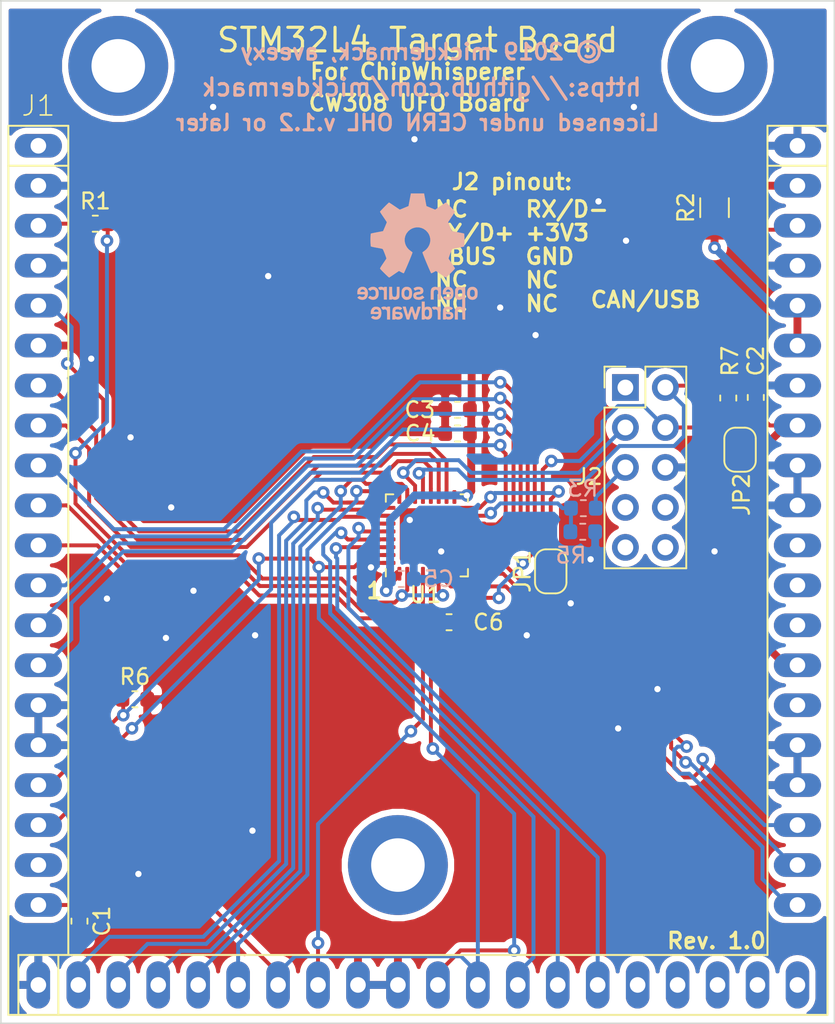
<source format=kicad_pcb>
(kicad_pcb (version 20171130) (host pcbnew 5.1.4)
  (layers (0 F.Cu signal) (31 B.Cu signal) (34 B.Paste user) (35 F.Paste user) (36 B.SilkS user) (37 F.SilkS user) (38 B.Mask user) (39 F.Mask user) (44 Edge.Cuts user))
  (net 0 "")
  (net 1 VCC)
  (net 2 GND)
  (net 3 "Net-(C3-Pad1)")
  (net 4 "Net-(J1-PadA1)")
  (net 5 "Net-(J1-PadA3)")
  (net 6 /CLKO)
  (net 7 /TX)
  (net 8 /RX)
  (net 9 /GPIO3)
  (net 10 /GPIO4)
  (net 11 /NRST)
  (net 12 /SPI_SCLK)
  (net 13 /SPI_MISO)
  (net 14 /SPI_MOSI)
  (net 15 /BOOT0)
  (net 16 /SPI_SS)
  (net 17 "Net-(J1-PadA19)")
  (net 18 /TRST)
  (net 19 /TDI)
  (net 20 /TDO)
  (net 21 /TMS)
  (net 22 /TCK)
  (net 23 /I2C_SCL)
  (net 24 /I2C_SDA)
  (net 25 /GPIO5)
  (net 26 "Net-(J1-PadB16)")
  (net 27 "Net-(J1-PadB17)")
  (net 28 "Net-(J1-PadB18)")
  (net 29 "Net-(J1-PadB19)")
  (net 30 "Net-(J1-PadB20)")
  (net 31 "Net-(J1-PadC3)")
  (net 32 "Net-(J1-PadC11)")
  (net 33 "Net-(J1-PadC12)")
  (net 34 "Net-(J1-PadC13)")
  (net 35 "Net-(J1-PadC15)")
  (net 36 /LED1)
  (net 37 /LED2)
  (net 38 /LED3)
  (net 39 "Net-(J2-Pad1)")
  (net 40 /CAN_RX)
  (net 41 /CAN_TX)
  (net 42 /USB_VBUS)
  (net 43 "Net-(JP1-Pad2)")
  (net 44 "Net-(JP2-Pad2)")
  (net 45 /CLKI)
  (net 46 "Net-(R3-Pad2)")
  (net 47 "Net-(J2-Pad10)")
  (net 48 "Net-(J2-Pad9)")
  (net 49 "Net-(J2-Pad8)")
  (net 50 "Net-(J2-Pad7)")
  (module chipwhisperer:CW308T_CONNBOARD (layer F.Cu) (at 123.888501 69.215)
    (fp_text reference J1 (at 0 -2.54) (layer F.SilkS) (effects (font (size 1.27 1.27) (thickness 0.1016))))
    (fp_text value CW308T_CONNBOARD hide)
    (pad A1 thru_hole oval (at 0 0 90) (size 1.4986 2.9972) (drill 0.9906) (layers *.Cu *.Paste *.Mask) (net 4 "Net-(J1-PadA1)"))
    (pad A2 thru_hole oval (at 0 2.54 90) (size 1.4986 2.9972) (drill 0.9906) (layers *.Cu *.Paste *.Mask) (net 2 GND))
    (pad A3 thru_hole oval (at 0 5.08 90) (size 1.4986 2.9972) (drill 0.9906) (layers *.Cu *.Paste *.Mask) (net 5 "Net-(J1-PadA3)"))
    (pad A4 thru_hole oval (at 0 7.62 90) (size 1.4986 2.9972) (drill 0.9906) (layers *.Cu *.Paste *.Mask) (net 2 GND))
    (pad A5 thru_hole oval (at 0 10.16 90) (size 1.4986 2.9972) (drill 0.9906) (layers *.Cu *.Paste *.Mask) (net 6 /CLKO))
    (pad A6 thru_hole oval (at 0 12.7 90) (size 1.4986 2.9972) (drill 0.9906) (layers *.Cu *.Paste *.Mask) (net 2 GND))
    (pad A7 thru_hole oval (at 0 15.24 90) (size 1.4986 2.9972) (drill 0.9906) (layers *.Cu *.Paste *.Mask) (net 7 /TX))
    (pad A8 thru_hole oval (at 0 17.78 90) (size 1.4986 2.9972) (drill 0.9906) (layers *.Cu *.Paste *.Mask) (net 8 /RX))
    (pad A9 thru_hole oval (at 0 20.32 90) (size 1.4986 2.9972) (drill 0.9906) (layers *.Cu *.Paste *.Mask) (net 9 /GPIO3))
    (pad A10 thru_hole oval (at 0 22.86 90) (size 1.4986 2.9972) (drill 0.9906) (layers *.Cu *.Paste *.Mask) (net 10 /GPIO4))
    (pad A11 thru_hole oval (at 0 25.4 90) (size 1.4986 2.9972) (drill 0.9906) (layers *.Cu *.Paste *.Mask) (net 11 /NRST))
    (pad A12 thru_hole oval (at 0 27.94 90) (size 1.4986 2.9972) (drill 0.9906) (layers *.Cu *.Paste *.Mask) (net 12 /SPI_SCLK))
    (pad A13 thru_hole oval (at 0 30.48 90) (size 1.4986 2.9972) (drill 0.9906) (layers *.Cu *.Paste *.Mask) (net 13 /SPI_MISO))
    (pad A14 thru_hole oval (at 0 33.02 90) (size 1.4986 2.9972) (drill 0.9906) (layers *.Cu *.Paste *.Mask) (net 14 /SPI_MOSI))
    (pad A15 thru_hole oval (at 0 35.56 90) (size 1.4986 2.9972) (drill 0.9906) (layers *.Cu *.Paste *.Mask) (net 2 GND))
    (pad A16 thru_hole oval (at 0 38.1 90) (size 1.4986 2.9972) (drill 0.9906) (layers *.Cu *.Paste *.Mask) (net 2 GND))
    (pad A17 thru_hole oval (at 0 40.64 90) (size 1.4986 2.9972) (drill 0.9906) (layers *.Cu *.Paste *.Mask) (net 15 /BOOT0))
    (pad A18 thru_hole oval (at 0 43.18 90) (size 1.4986 2.9972) (drill 0.9906) (layers *.Cu *.Paste *.Mask) (net 16 /SPI_SS))
    (pad A19 thru_hole oval (at 0 45.72 90) (size 1.4986 2.9972) (drill 0.9906) (layers *.Cu *.Paste *.Mask) (net 17 "Net-(J1-PadA19)"))
    (pad A20 thru_hole oval (at 0 48.26 90) (size 1.4986 2.9972) (drill 0.9906) (layers *.Cu *.Paste *.Mask) (net 1 VCC))
    (pad B1 thru_hole oval (at 0 53.34 180) (size 1.4986 2.9972) (drill 0.9906) (layers *.Cu *.Paste *.Mask) (net 2 GND))
    (pad B2 thru_hole oval (at 2.54 53.34 180) (size 1.4986 2.9972) (drill 0.9906) (layers *.Cu *.Paste *.Mask) (net 18 /TRST))
    (pad B3 thru_hole oval (at 5.08 53.34 180) (size 1.4986 2.9972) (drill 0.9906) (layers *.Cu *.Paste *.Mask) (net 19 /TDI))
    (pad B4 thru_hole oval (at 7.62 53.34 180) (size 1.4986 2.9972) (drill 0.9906) (layers *.Cu *.Paste *.Mask) (net 20 /TDO))
    (pad B5 thru_hole oval (at 10.16 53.34 180) (size 1.4986 2.9972) (drill 0.9906) (layers *.Cu *.Paste *.Mask) (net 21 /TMS))
    (pad B6 thru_hole oval (at 12.7 53.34 180) (size 1.4986 2.9972) (drill 0.9906) (layers *.Cu *.Paste *.Mask) (net 22 /TCK))
    (pad B7 thru_hole oval (at 15.24 53.34 180) (size 1.4986 2.9972) (drill 0.9906) (layers *.Cu *.Paste *.Mask) (net 1 VCC))
    (pad B8 thru_hole oval (at 17.78 53.34 180) (size 1.4986 2.9972) (drill 0.9906) (layers *.Cu *.Paste *.Mask) (net 11 /NRST))
    (pad B9 thru_hole oval (at 20.32 53.34 180) (size 1.4986 2.9972) (drill 0.9906) (layers *.Cu *.Paste *.Mask) (net 2 GND))
    (pad B10 thru_hole oval (at 22.86 53.34 180) (size 1.4986 2.9972) (drill 0.9906) (layers *.Cu *.Paste *.Mask) (net 2 GND))
    (pad B11 thru_hole oval (at 25.4 53.34 180) (size 1.4986 2.9972) (drill 0.9906) (layers *.Cu *.Paste *.Mask) (net 15 /BOOT0))
    (pad B12 thru_hole oval (at 27.94 53.34 180) (size 1.4986 2.9972) (drill 0.9906) (layers *.Cu *.Paste *.Mask) (net 1 VCC))
    (pad B13 thru_hole oval (at 30.48 53.34 180) (size 1.4986 2.9972) (drill 0.9906) (layers *.Cu *.Paste *.Mask) (net 23 /I2C_SCL))
    (pad B14 thru_hole oval (at 33.02 53.34 180) (size 1.4986 2.9972) (drill 0.9906) (layers *.Cu *.Paste *.Mask) (net 24 /I2C_SDA))
    (pad B15 thru_hole oval (at 35.56 53.34 180) (size 1.4986 2.9972) (drill 0.9906) (layers *.Cu *.Paste *.Mask) (net 25 /GPIO5))
    (pad B16 thru_hole oval (at 38.1 53.34 180) (size 1.4986 2.9972) (drill 0.9906) (layers *.Cu *.Paste *.Mask) (net 26 "Net-(J1-PadB16)"))
    (pad B17 thru_hole oval (at 40.64 53.34 180) (size 1.4986 2.9972) (drill 0.9906) (layers *.Cu *.Paste *.Mask) (net 27 "Net-(J1-PadB17)"))
    (pad B18 thru_hole oval (at 43.18 53.34 180) (size 1.4986 2.9972) (drill 0.9906) (layers *.Cu *.Paste *.Mask) (net 28 "Net-(J1-PadB18)"))
    (pad B19 thru_hole oval (at 45.72 53.34 180) (size 1.4986 2.9972) (drill 0.9906) (layers *.Cu *.Paste *.Mask) (net 29 "Net-(J1-PadB19)"))
    (pad B20 thru_hole oval (at 48.26 53.34 180) (size 1.4986 2.9972) (drill 0.9906) (layers *.Cu *.Paste *.Mask) (net 30 "Net-(J1-PadB20)"))
    (pad C1 thru_hole oval (at 48.26 0 90) (size 1.4986 2.9972) (drill 0.9906) (layers *.Cu *.Paste *.Mask) (net 2 GND))
    (pad C2 thru_hole oval (at 48.26 2.54 90) (size 1.4986 2.9972) (drill 0.9906) (layers *.Cu *.Paste *.Mask) (net 3 "Net-(C3-Pad1)"))
    (pad C3 thru_hole oval (at 48.26 5.08 90) (size 1.4986 2.9972) (drill 0.9906) (layers *.Cu *.Paste *.Mask) (net 31 "Net-(J1-PadC3)"))
    (pad C4 thru_hole oval (at 48.26 7.62 90) (size 1.4986 2.9972) (drill 0.9906) (layers *.Cu *.Paste *.Mask) (net 2 GND))
    (pad C5 thru_hole oval (at 48.26 10.16 90) (size 1.4986 2.9972) (drill 0.9906) (layers *.Cu *.Paste *.Mask) (net 31 "Net-(J1-PadC3)"))
    (pad C6 thru_hole oval (at 48.26 12.7 90) (size 1.4986 2.9972) (drill 0.9906) (layers *.Cu *.Paste *.Mask) (net 31 "Net-(J1-PadC3)"))
    (pad C7 thru_hole oval (at 48.26 15.24 90) (size 1.4986 2.9972) (drill 0.9906) (layers *.Cu *.Paste *.Mask) (net 2 GND))
    (pad C8 thru_hole oval (at 48.26 17.78 90) (size 1.4986 2.9972) (drill 0.9906) (layers *.Cu *.Paste *.Mask) (net 1 VCC))
    (pad C9 thru_hole oval (at 48.26 20.32 90) (size 1.4986 2.9972) (drill 0.9906) (layers *.Cu *.Paste *.Mask) (net 2 GND))
    (pad C10 thru_hole oval (at 48.26 22.86 90) (size 1.4986 2.9972) (drill 0.9906) (layers *.Cu *.Paste *.Mask) (net 2 GND))
    (pad C11 thru_hole oval (at 48.26 25.4 90) (size 1.4986 2.9972) (drill 0.9906) (layers *.Cu *.Paste *.Mask) (net 32 "Net-(J1-PadC11)"))
    (pad C12 thru_hole oval (at 48.26 27.94 90) (size 1.4986 2.9972) (drill 0.9906) (layers *.Cu *.Paste *.Mask) (net 33 "Net-(J1-PadC12)"))
    (pad C13 thru_hole oval (at 48.26 30.48 90) (size 1.4986 2.9972) (drill 0.9906) (layers *.Cu *.Paste *.Mask) (net 34 "Net-(J1-PadC13)"))
    (pad C14 thru_hole oval (at 48.26 33.02 90) (size 1.4986 2.9972) (drill 0.9906) (layers *.Cu *.Paste *.Mask) (net 1 VCC))
    (pad C15 thru_hole oval (at 48.26 35.56 90) (size 1.4986 2.9972) (drill 0.9906) (layers *.Cu *.Paste *.Mask) (net 35 "Net-(J1-PadC15)"))
    (pad C16 thru_hole oval (at 48.26 38.1 90) (size 1.4986 2.9972) (drill 0.9906) (layers *.Cu *.Paste *.Mask) (net 2 GND))
    (pad C17 thru_hole oval (at 48.26 40.64 90) (size 1.4986 2.9972) (drill 0.9906) (layers *.Cu *.Paste *.Mask) (net 2 GND))
    (pad C18 thru_hole oval (at 48.26 43.18 90) (size 1.4986 2.9972) (drill 0.9906) (layers *.Cu *.Paste *.Mask) (net 36 /LED1))
    (pad C19 thru_hole oval (at 48.26 45.72 90) (size 1.4986 2.9972) (drill 0.9906) (layers *.Cu *.Paste *.Mask) (net 37 /LED2))
    (pad C20 thru_hole oval (at 48.26 48.26 90) (size 1.4986 2.9972) (drill 0.9906) (layers *.Cu *.Paste *.Mask) (net 38 /LED3))
    (pad MH1 thru_hole circle (at 5.08 -5.08 90) (size 6.35 6.35) (drill 3.4036) (layers *.Cu *.Paste *.Mask))
    (pad MH2 thru_hole circle (at 43.18 -5.08 90) (size 6.35 6.35) (drill 3.4036) (layers *.Cu *.Paste *.Mask))
    (pad MH3 thru_hole circle (at 22.86 45.72 90) (size 6.35 6.35) (drill 3.4036) (layers *.Cu *.Paste *.Mask))
  )
  (module Symbol:OSHW-Logo_7.5x8mm_SilkScreen (layer B.Cu) (at 148 76.25 180)
    (fp_text reference REF** hide)
    (fp_text value OSHW-Logo_7.5x8mm_SilkScreen hide)
  )
  (module Connector_PinHeader_2.54mm:PinHeader_2x05_P2.54mm_Vertical (layer F.Cu) (at 161.21 84.582)
    (fp_text reference J2 (at -2.306 5.668) (layer F.SilkS))
    (fp_text value Conn_02x03_Odd_Even)
    (pad 10 thru_hole oval (at 2.54 10.16) (size 1.7 1.7) (drill 1) (layers *.Cu *.Mask) (net 47 "Net-(J2-Pad10)"))
    (pad 9 thru_hole oval (at 0 10.16) (size 1.7 1.7) (drill 1) (layers *.Cu *.Mask) (net 48 "Net-(J2-Pad9)"))
    (pad 8 thru_hole oval (at 2.54 7.62) (size 1.7 1.7) (drill 1) (layers *.Cu *.Mask) (net 49 "Net-(J2-Pad8)"))
    (pad 7 thru_hole oval (at 0 7.62) (size 1.7 1.7) (drill 1) (layers *.Cu *.Mask) (net 50 "Net-(J2-Pad7)"))
    (pad 6 thru_hole oval (at 2.54 5.08) (size 1.7 1.7) (drill 1) (layers *.Cu *.Mask) (net 2 GND))
    (pad 5 thru_hole oval (at 0 5.08) (size 1.7 1.7) (drill 1) (layers *.Cu *.Mask) (net 42 /USB_VBUS))
    (pad 4 thru_hole oval (at 2.54 2.54) (size 1.7 1.7) (drill 1) (layers *.Cu *.Mask) (net 1 VCC))
    (pad 3 thru_hole oval (at 0 2.54) (size 1.7 1.7) (drill 1) (layers *.Cu *.Mask) (net 41 /CAN_TX))
    (pad 2 thru_hole oval (at 2.54 0) (size 1.7 1.7) (drill 1) (layers *.Cu *.Mask) (net 40 /CAN_RX))
    (pad 1 thru_hole rect (at 0 0) (size 1.7 1.7) (drill 1) (layers *.Cu *.Mask) (net 39 "Net-(J2-Pad1)"))
  )
  (module Capacitor_SMD:C_0603_1608Metric (layer F.Cu) (at 150.5375 87.5 180)
    (fp_text reference C4 (at 2.372 0) (layer F.SilkS))
    (fp_text value 100n)
    (pad 1 smd roundrect (at -0.7875 0 180) (size 0.875 0.95) (layers F.Cu F.Paste F.Mask) (net 3 "Net-(C3-Pad1)"))
    (pad 2 smd roundrect (at 0.7875 0 180) (size 0.875 0.95) (layers F.Cu F.Paste F.Mask) (net 2 GND))
  )
  (module Capacitor_SMD:C_0603_1608Metric (layer B.Cu) (at 146.9625 96.75)
    (fp_text reference C5 (at 2.372 0) (layer B.SilkS) (effects (justify mirror)))
    (fp_text value 100n)
    (pad 1 smd roundrect (at -0.7875 0) (size 0.875 0.95) (layers B.Cu B.Paste B.Mask) (net 3 "Net-(C3-Pad1)"))
    (pad 2 smd roundrect (at 0.7875 0) (size 0.875 0.95) (layers B.Cu B.Paste B.Mask) (net 2 GND))
  )
  (module Capacitor_SMD:C_0603_1608Metric (layer F.Cu) (at 150.5375 86 180)
    (fp_text reference C3 (at 2.3975 0) (layer F.SilkS))
    (fp_text value 4.7u)
    (pad 2 smd roundrect (at 0.7875 0 180) (size 0.875 0.95) (layers F.Cu F.Paste F.Mask) (net 2 GND))
    (pad 1 smd roundrect (at -0.7875 0 180) (size 0.875 0.95) (layers F.Cu F.Paste F.Mask) (net 3 "Net-(C3-Pad1)"))
  )
  (module Package_DFN_QFN:QFN-32-1EP_5x5mm_P0.5mm_EP3.45x3.45mm (layer F.Cu) (at 148.59 93.98 90)
    (fp_text reference U1 (at -3.77 -0.09) (layer F.SilkS))
    (fp_text value STM32L432KCUx)
    (pad 33 smd roundrect (at 0 0 90) (size 3.45 3.45) (layers F.Cu F.Mask) (roundrect_rratio 0.072464) (net 2 GND))
    (pad 1 smd roundrect (at -2.4375 -1.75 90) (size 0.875 0.25) (layers F.Cu F.Paste F.Mask) (net 3 "Net-(C3-Pad1)"))
    (pad 2 smd roundrect (at -2.4375 -1.25 90) (size 0.875 0.25) (layers F.Cu F.Paste F.Mask) (net 45 /CLKI))
    (pad 3 smd roundrect (at -2.4375 -0.75 90) (size 0.875 0.25) (layers F.Cu F.Paste F.Mask) (net 10 /GPIO4))
    (pad 4 smd roundrect (at -2.4375 -0.25 90) (size 0.875 0.25) (layers F.Cu F.Paste F.Mask) (net 11 /NRST))
    (pad 5 smd roundrect (at -2.4375 0.25 90) (size 0.875 0.25) (layers F.Cu F.Paste F.Mask) (net 1 VCC))
    (pad 6 smd roundrect (at -2.4375 0.75 90) (size 0.875 0.25) (layers F.Cu F.Paste F.Mask) (net 45 /CLKI))
    (pad 7 smd roundrect (at -2.4375 1.25 90) (size 0.875 0.25) (layers F.Cu F.Paste F.Mask) (net 36 /LED1))
    (pad 8 smd roundrect (at -2.4375 1.75 90) (size 0.875 0.25) (layers F.Cu F.Paste F.Mask) (net 37 /LED2))
    (pad 9 smd roundrect (at -1.75 2.4375 90) (size 0.25 0.875) (layers F.Cu F.Paste F.Mask) (net 38 /LED3))
    (pad 10 smd roundrect (at -1.25 2.4375 90) (size 0.25 0.875) (layers F.Cu F.Paste F.Mask) (net 9 /GPIO3))
    (pad 11 smd roundrect (at -0.75 2.4375 90) (size 0.25 0.875) (layers F.Cu F.Paste F.Mask) (net 12 /SPI_SCLK))
    (pad 12 smd roundrect (at -0.25 2.4375 90) (size 0.25 0.875) (layers F.Cu F.Paste F.Mask) (net 13 /SPI_MISO))
    (pad 13 smd roundrect (at 0.25 2.4375 90) (size 0.25 0.875) (layers F.Cu F.Paste F.Mask) (net 14 /SPI_MOSI))
    (pad 14 smd roundrect (at 0.75 2.4375 90) (size 0.25 0.875) (layers F.Cu F.Paste F.Mask) (net 16 /SPI_SS))
    (pad 15 smd roundrect (at 1.25 2.4375 90) (size 0.25 0.875) (layers F.Cu F.Paste F.Mask) (net 46 "Net-(R3-Pad2)"))
    (pad 16 smd roundrect (at 1.75 2.4375 90) (size 0.25 0.875) (layers F.Cu F.Paste F.Mask) (net 43 "Net-(JP1-Pad2)"))
    (pad 17 smd roundrect (at 2.4375 1.75 90) (size 0.875 0.25) (layers F.Cu F.Paste F.Mask) (net 3 "Net-(C3-Pad1)"))
    (pad 18 smd roundrect (at 2.4375 1.25 90) (size 0.875 0.25) (layers F.Cu F.Paste F.Mask) (net 6 /CLKO))
    (pad 19 smd roundrect (at 2.4375 0.75 90) (size 0.875 0.25) (layers F.Cu F.Paste F.Mask) (net 7 /TX))
    (pad 20 smd roundrect (at 2.4375 0.25 90) (size 0.875 0.25) (layers F.Cu F.Paste F.Mask) (net 8 /RX))
    (pad 21 smd roundrect (at 2.4375 -0.25 90) (size 0.875 0.25) (layers F.Cu F.Paste F.Mask) (net 40 /CAN_RX))
    (pad 22 smd roundrect (at 2.4375 -0.75 90) (size 0.875 0.25) (layers F.Cu F.Paste F.Mask) (net 41 /CAN_TX))
    (pad 23 smd roundrect (at 2.4375 -1.25 90) (size 0.875 0.25) (layers F.Cu F.Paste F.Mask) (net 21 /TMS))
    (pad 24 smd roundrect (at 2.4375 -1.75 90) (size 0.875 0.25) (layers F.Cu F.Paste F.Mask) (net 22 /TCK))
    (pad 25 smd roundrect (at 1.75 -2.4375 90) (size 0.25 0.875) (layers F.Cu F.Paste F.Mask) (net 19 /TDI))
    (pad 26 smd roundrect (at 1.25 -2.4375 90) (size 0.25 0.875) (layers F.Cu F.Paste F.Mask) (net 20 /TDO))
    (pad 27 smd roundrect (at 0.75 -2.4375 90) (size 0.25 0.875) (layers F.Cu F.Paste F.Mask) (net 18 /TRST))
    (pad 28 smd roundrect (at 0.25 -2.4375 90) (size 0.25 0.875) (layers F.Cu F.Paste F.Mask) (net 25 /GPIO5))
    (pad 29 smd roundrect (at -0.25 -2.4375 90) (size 0.25 0.875) (layers F.Cu F.Paste F.Mask) (net 23 /I2C_SCL))
    (pad 30 smd roundrect (at -0.75 -2.4375 90) (size 0.25 0.875) (layers F.Cu F.Paste F.Mask) (net 24 /I2C_SDA))
    (pad 31 smd roundrect (at -1.25 -2.4375 90) (size 0.25 0.875) (layers F.Cu F.Paste F.Mask) (net 15 /BOOT0))
    (pad 32 smd roundrect (at -1.75 -2.4375 90) (size 0.25 0.875) (layers F.Cu F.Paste F.Mask) (net 2 GND))
  )
  (module Resistor_SMD:R_0603_1608Metric (layer F.Cu) (at 167.75 85.25 90)
    (fp_text reference R7 (at 2.344 0.11 90) (layer F.SilkS))
    (fp_text value 10k)
    (pad 2 smd roundrect (at 0.7875 0 90) (size 0.875 0.95) (layers F.Cu F.Paste F.Mask) (net 40 /CAN_RX))
    (pad 1 smd roundrect (at -0.7875 0 90) (size 0.875 0.95) (layers F.Cu F.Paste F.Mask) (net 44 "Net-(JP2-Pad2)"))
  )
  (module Capacitor_SMD:C_0603_1608Metric (layer F.Cu) (at 150 99.5)
    (fp_text reference C6 (at 2.5 0 180) (layer F.SilkS))
    (fp_text value 100n)
    (pad 1 smd roundrect (at -0.7875 0) (size 0.875 0.95) (layers F.Cu F.Paste F.Mask) (net 1 VCC))
    (pad 2 smd roundrect (at 0.7875 0) (size 0.875 0.95) (layers F.Cu F.Paste F.Mask) (net 2 GND))
  )
  (module Resistor_SMD:R_0603_1608Metric (layer F.Cu) (at 130.0225 104.394)
    (fp_text reference R6 (at 0 -1.43 180) (layer F.SilkS))
    (fp_text value 10k)
    (pad 2 smd roundrect (at 0.7875 0) (size 0.875 0.95) (layers F.Cu F.Paste F.Mask) (net 2 GND))
    (pad 1 smd roundrect (at -0.7875 0) (size 0.875 0.95) (layers F.Cu F.Paste F.Mask) (net 15 /BOOT0))
  )
  (module Resistor_SMD:R_0603_1608Metric (layer F.Cu) (at 127.508 74.168)
    (fp_text reference R1 (at 0 -1.43) (layer F.SilkS))
    (fp_text value 100R)
    (pad 1 smd roundrect (at -0.7875 0) (size 0.875 0.95) (layers F.Cu F.Paste F.Mask) (net 5 "Net-(J1-PadA3)"))
    (pad 2 smd roundrect (at 0.7875 0) (size 0.875 0.95) (layers F.Cu F.Paste F.Mask) (net 45 /CLKI))
  )
  (module Jumper:SolderJumper-2_P1.3mm_Bridged_RoundedPad1.0x1.5mm (layer F.Cu) (at 156.464 96.266 90)
    (fp_text reference JP1 (at 0 -1.8 90) (layer F.SilkS))
    (fp_text value SolderJumper_2_Bridged)
    (fp_poly (pts (xy 0.25 -0.3) (xy -0.25 -0.3) (xy -0.25 0.3) (xy 0.25 0.3)) (layer F.Cu) (width 0))
    (pad 2 smd custom (at 0.65 0 90) (size 1 0.5) (layers F.Cu F.Mask) (net 43 "Net-(JP1-Pad2)") (options (clearance outline) (anchor rect)) (primitives (gr_circle (center 0 0.25) (end 0.5 0.25) (width 0)) (gr_circle (center 0 -0.25) (end 0.5 -0.25) (width 0)) (gr_poly (pts (xy 0 -0.75) (xy -0.5 -0.75) (xy -0.5 0.75) (xy 0 0.75)) (width 0))))
    (pad 1 smd custom (at -0.65 0 90) (size 1 0.5) (layers F.Cu F.Mask) (net 2 GND) (options (clearance outline) (anchor rect)) (primitives (gr_circle (center 0 0.25) (end 0.5 0.25) (width 0)) (gr_circle (center 0 -0.25) (end 0.5 -0.25) (width 0)) (gr_poly (pts (xy 0 -0.75) (xy 0.5 -0.75) (xy 0.5 0.75) (xy 0 0.75)) (width 0))))
  )
  (module Capacitor_SMD:C_0603_1608Metric (layer F.Cu) (at 126.5 118.5 270)
    (fp_text reference C1 (at 0 -1.43 90) (layer F.SilkS))
    (fp_text value 100n)
    (pad 1 smd roundrect (at -0.7875 0 270) (size 0.875 0.95) (layers F.Cu F.Paste F.Mask) (net 1 VCC))
    (pad 2 smd roundrect (at 0.7875 0 270) (size 0.875 0.95) (layers F.Cu F.Paste F.Mask) (net 2 GND))
  )
  (module Capacitor_SMD:C_0603_1608Metric (layer F.Cu) (at 169.5 85.2125 90)
    (fp_text reference C2 (at 2.3185 0 90) (layer F.SilkS))
    (fp_text value 100n)
    (pad 2 smd roundrect (at 0.7875 0 90) (size 0.875 0.95) (layers F.Cu F.Paste F.Mask) (net 2 GND))
    (pad 1 smd roundrect (at -0.7875 0 90) (size 0.875 0.95) (layers F.Cu F.Paste F.Mask) (net 1 VCC))
  )
  (module Jumper:SolderJumper-2_P1.3mm_Open_RoundedPad1.0x1.5mm (layer F.Cu) (at 168.5 88.534 90)
    (fp_text reference JP2 (at -2.854 0.102 90) (layer F.SilkS))
    (fp_text value SolderJumper_2_Open)
    (pad 1 smd custom (at -0.65 0 90) (size 1 0.5) (layers F.Cu F.Mask) (net 1 VCC) (options (clearance outline) (anchor rect)) (primitives (gr_circle (center 0 0.25) (end 0.5 0.25) (width 0)) (gr_circle (center 0 -0.25) (end 0.5 -0.25) (width 0)) (gr_poly (pts (xy 0 -0.75) (xy 0.5 -0.75) (xy 0.5 0.75) (xy 0 0.75)) (width 0))))
    (pad 2 smd custom (at 0.65 0 90) (size 1 0.5) (layers F.Cu F.Mask) (net 44 "Net-(JP2-Pad2)") (options (clearance outline) (anchor rect)) (primitives (gr_circle (center 0 0.25) (end 0.5 0.25) (width 0)) (gr_circle (center 0 -0.25) (end 0.5 -0.25) (width 0)) (gr_poly (pts (xy 0 -0.75) (xy -0.5 -0.75) (xy -0.5 0.75) (xy 0 0.75)) (width 0))))
  )
  (module Resistor_SMD:R_1206_3216Metric (layer F.Cu) (at 166.878 73.152 90)
    (fp_text reference R2 (at 0 -1.82 270) (layer F.SilkS))
    (fp_text value 10R)
    (pad 1 smd roundrect (at -1.4 0 90) (size 1.25 1.75) (layers F.Cu F.Paste F.Mask) (roundrect_rratio 0.2) (net 31 "Net-(J1-PadC3)"))
    (pad 2 smd roundrect (at 1.4 0 90) (size 1.25 1.75) (layers F.Cu F.Paste F.Mask) (roundrect_rratio 0.2) (net 3 "Net-(C3-Pad1)"))
  )
  (module Resistor_SMD:R_0603_1608Metric (layer B.Cu) (at 158.5375 92.25 180)
    (fp_text reference R3 (at 0.0375 1.25) (layer B.SilkS) (effects (justify mirror)))
    (fp_text value 10k)
    (pad 1 smd roundrect (at -0.7875 0 180) (size 0.875 0.95) (layers B.Cu B.Paste B.Mask) (net 42 /USB_VBUS))
    (pad 2 smd roundrect (at 0.7875 0 180) (size 0.875 0.95) (layers B.Cu B.Paste B.Mask) (net 46 "Net-(R3-Pad2)"))
  )
  (module Resistor_SMD:R_0603_1608Metric (layer B.Cu) (at 158.5 93.75)
    (fp_text reference R5 (at -0.75 1.5 -180) (layer B.SilkS) (effects (justify mirror)))
    (fp_text value 10k)
    (pad 1 smd roundrect (at -0.7875 0) (size 0.875 0.95) (layers B.Cu B.Paste B.Mask) (net 46 "Net-(R3-Pad2)"))
    (pad 2 smd roundrect (at 0.7875 0) (size 0.875 0.95) (layers B.Cu B.Paste B.Mask) (net 2 GND))
  )
  (gr_text 1 (at 145.25 97.5) (layer F.SilkS) (effects (font (size 1 1) (thickness 0.2))))
  (gr_text "Licensed under CERN OHL v.1.2 or later" (at 148 67.75) (layer B.SilkS) (effects (font (size 1 1) (thickness 0.2)) (justify mirror)))
  (gr_text "© 2019 mickdermack, aveexy" (at 148.25 63.25) (layer B.SilkS) (effects (font (size 1 1) (thickness 0.2)) (justify mirror)))
  (gr_text "Rev. 1.0" (at 167 119.75) (layer F.SilkS) (effects (font (size 1 1) (thickness 0.2))))
  (gr_text NC (at 149 79.25) (layer F.SilkS) (effects (font (size 1 1) (thickness 0.2)) (justify left)))
  (gr_text NC (at 154.75 79.25) (layer F.SilkS) (effects (font (size 1 1) (thickness 0.2)) (justify left)))
  (gr_text NC (at 154.75 77.75) (layer F.SilkS) (effects (font (size 1 1) (thickness 0.2)) (justify left)))
  (gr_text NC (at 149 77.75) (layer F.SilkS) (effects (font (size 1 1) (thickness 0.2)) (justify left)))
  (gr_text CAN/USB (at 162.5 79) (layer F.SilkS) (effects (font (size 1 1) (thickness 0.2))))
  (gr_text NC (at 149 73.25) (layer F.SilkS) (effects (font (size 1 1) (thickness 0.2)) (justify left)))
  (gr_text "J2 pinout:" (at 154 71.5) (layer F.SilkS) (effects (font (size 1 1) (thickness 0.2))))
  (gr_text GND (at 154.75 76.25) (layer F.SilkS) (effects (font (size 1 1) (thickness 0.2)) (justify left)))
  (gr_text VBUS (at 149 76.25) (layer F.SilkS) (effects (font (size 1 1) (thickness 0.2)) (justify left)))
  (gr_text +3V3 (at 154.75 74.75) (layer F.SilkS) (effects (font (size 1 1) (thickness 0.2)) (justify left)))
  (gr_text TX/D+ (at 149 74.75) (layer F.SilkS) (effects (font (size 1 1) (thickness 0.2)) (justify left)))
  (gr_text RX/D- (at 154.75 73.25) (layer F.SilkS) (effects (font (size 1 1) (thickness 0.2)) (justify left)))
  (gr_text https://github.com/mickdermack (at 148.25 65.5) (layer B.SilkS) (effects (font (size 1.1 1.1) (thickness 0.2)) (justify mirror)))
  (gr_text "CW308 UFO Board" (at 148 66.5) (layer F.SilkS) (effects (font (size 1 1) (thickness 0.2))))
  (gr_text "For ChipWhisperer" (at 148 64.5) (layer F.SilkS) (effects (font (size 1 1) (thickness 0.2))))
  (gr_text "STM32L4 Target Board" (at 148 62.5) (layer F.SilkS) (effects (font (size 1.5 1.5) (thickness 0.2))))
  (gr_line (start 121.5 125) (end 121.5 60) (layer Edge.Cuts) (width 0.1))
  (gr_line (start 174.5 125) (end 121.5 125) (layer Edge.Cuts) (width 0.1))
  (gr_line (start 174.5 60) (end 174.5 125) (layer Edge.Cuts) (width 0.1))
  (gr_line (start 121.5 60) (end 174.5 60) (layer Edge.Cuts) (width 0.1))
  (segment (start 126.2625 117.475) (end 126.5 117.7125) (width 0.25) (layer F.Cu) (net 1))
  (segment (start 123.888501 117.475) (end 126.2625 117.475) (width 0.25) (layer F.Cu) (net 1))
  (segment (start 139.128501 121.8057) (end 139.128501 122.555) (width 0.25) (layer F.Cu) (net 1))
  (segment (start 135.035301 117.7125) (end 139.128501 121.8057) (width 0.25) (layer F.Cu) (net 1))
  (segment (start 126.5 117.7125) (end 135.035301 117.7125) (width 0.25) (layer F.Cu) (net 1))
  (segment (start 150.754191 120.73139) (end 151.828501 121.8057) (width 0.25) (layer B.Cu) (net 1))
  (segment (start 139.128501 121.8057) (end 140.202811 120.73139) (width 0.25) (layer B.Cu) (net 1))
  (segment (start 151.828501 121.8057) (end 151.828501 122.555) (width 0.25) (layer B.Cu) (net 1))
  (segment (start 139.128501 122.555) (end 139.128501 121.8057) (width 0.25) (layer B.Cu) (net 1))
  (segment (start 140.202811 120.73139) (end 150.754191 120.73139) (width 0.25) (layer B.Cu) (net 1))
  (via (at 153.162 97.949021) (size 0.8) (drill 0.4) (layers F.Cu B.Cu) (net 1))
  (segment (start 153.162 97.282002) (end 154.286003 96.157999) (width 0.25) (layer B.Cu) (net 1))
  (segment (start 154.286003 96.157999) (end 154.686002 95.758) (width 0.25) (layer B.Cu) (net 1))
  (segment (start 153.162 97.949021) (end 153.162 97.282002) (width 0.25) (layer B.Cu) (net 1))
  (via (at 154.686002 95.758) (size 0.8) (drill 0.4) (layers F.Cu B.Cu) (net 1))
  (segment (start 151.828501 110.391409) (end 149.368545 107.931453) (width 0.25) (layer B.Cu) (net 1))
  (via (at 148.968546 107.531454) (size 0.8) (drill 0.4) (layers F.Cu B.Cu) (net 1))
  (segment (start 149.368545 107.931453) (end 148.968546 107.531454) (width 0.25) (layer B.Cu) (net 1))
  (segment (start 151.828501 122.555) (end 151.828501 110.391409) (width 0.25) (layer B.Cu) (net 1))
  (segment (start 150.763479 97.949021) (end 153.162 97.949021) (width 0.25) (layer F.Cu) (net 1))
  (segment (start 149.2125 99.5) (end 150.763479 97.949021) (width 0.25) (layer F.Cu) (net 1))
  (segment (start 148.844 107.406908) (end 148.968546 107.531454) (width 0.25) (layer F.Cu) (net 1))
  (segment (start 148.84 96.4175) (end 148.844 96.4215) (width 0.25) (layer F.Cu) (net 1))
  (segment (start 148.938 99.5) (end 148.844 99.406) (width 0.25) (layer F.Cu) (net 1))
  (segment (start 148.844 96.4215) (end 148.844 99.406) (width 0.25) (layer F.Cu) (net 1))
  (segment (start 149.2125 99.5) (end 148.938 99.5) (width 0.25) (layer F.Cu) (net 1))
  (segment (start 148.844 99.406) (end 148.844 107.406908) (width 0.25) (layer F.Cu) (net 1))
  (segment (start 172.148501 86.995) (end 171.255 86.995) (width 0.5) (layer F.Cu) (net 1))
  (segment (start 169.75 100.585799) (end 171.399201 102.235) (width 0.5) (layer F.Cu) (net 1))
  (segment (start 169.75 88.644201) (end 169.75 100.585799) (width 0.5) (layer F.Cu) (net 1))
  (segment (start 171.399201 86.995) (end 169.75 88.644201) (width 0.5) (layer F.Cu) (net 1))
  (segment (start 171.399201 102.235) (end 172.148501 102.235) (width 0.5) (layer F.Cu) (net 1))
  (segment (start 172.148501 86.995) (end 171.399201 86.995) (width 0.5) (layer F.Cu) (net 1))
  (segment (start 170.995 86.995) (end 172.148501 86.995) (width 0.25) (layer F.Cu) (net 1))
  (segment (start 169.5 86.095099) (end 169.5 86) (width 0.25) (layer F.Cu) (net 1))
  (segment (start 170.399901 86.995) (end 169.5 86.095099) (width 0.25) (layer F.Cu) (net 1))
  (segment (start 172.148501 86.995) (end 170.399901 86.995) (width 0.25) (layer F.Cu) (net 1))
  (segment (start 155.956 89.794) (end 156.100001 89.649999) (width 0.25) (layer F.Cu) (net 1))
  (segment (start 156.100001 89.649999) (end 156.5 89.25) (width 0.25) (layer F.Cu) (net 1))
  (via (at 156.5 89.25) (size 0.8) (drill 0.4) (layers F.Cu B.Cu) (net 1))
  (segment (start 154.686002 95.758) (end 155.956 94.488002) (width 0.25) (layer F.Cu) (net 1))
  (segment (start 155.956 94.488002) (end 155.956 89.794) (width 0.25) (layer F.Cu) (net 1))
  (segment (start 158.306795 89.25) (end 156.5 89.25) (width 0.25) (layer B.Cu) (net 1))
  (segment (start 159.75 87.806795) (end 158.306795 89.25) (width 0.25) (layer B.Cu) (net 1))
  (segment (start 159.75 86.75) (end 159.75 87.806795) (width 0.25) (layer B.Cu) (net 1))
  (segment (start 162.378 85.75) (end 162.327002 85.75) (width 0.25) (layer B.Cu) (net 1))
  (segment (start 163.75 87.122) (end 162.378 85.75) (width 0.25) (layer B.Cu) (net 1))
  (segment (start 162.327002 85.75) (end 162.320001 85.757001) (width 0.25) (layer B.Cu) (net 1))
  (segment (start 162.320001 85.757001) (end 160.742999 85.757001) (width 0.25) (layer B.Cu) (net 1))
  (segment (start 160.742999 85.757001) (end 159.75 86.75) (width 0.25) (layer B.Cu) (net 1))
  (segment (start 167.934 89.184) (end 168.5 89.184) (width 0.25) (layer F.Cu) (net 1))
  (segment (start 163.75 87.122) (end 165.872 87.122) (width 0.25) (layer F.Cu) (net 1))
  (segment (start 165.872 87.122) (end 167.934 89.184) (width 0.25) (layer F.Cu) (net 1))
  (segment (start 169.210201 89.184) (end 168.5 89.184) (width 0.25) (layer F.Cu) (net 1))
  (segment (start 169.75 88.644201) (end 169.210201 89.184) (width 0.25) (layer F.Cu) (net 1))
  (via (at 161.75 66.75) (size 0.8) (drill 0.4) (layers F.Cu B.Cu) (net 2))
  (via (at 145.034 96.012) (size 0.8) (drill 0.4) (layers F.Cu B.Cu) (net 2))
  (segment (start 146.1525 95.73) (end 145.316 95.73) (width 0.25) (layer F.Cu) (net 2))
  (segment (start 145.316 95.73) (end 145.034 96.012) (width 0.25) (layer F.Cu) (net 2))
  (segment (start 145.034 96.012) (end 145.288 96.012) (width 0.25) (layer B.Cu) (net 2))
  (via (at 147.5 93) (size 0.8) (drill 0.4) (layers F.Cu B.Cu) (net 2))
  (segment (start 156.464 96.916) (end 157.114 96.916) (width 0.25) (layer F.Cu) (net 2))
  (via (at 154.94 100.33) (size 0.8) (drill 0.4) (layers F.Cu B.Cu) (net 2))
  (via (at 157.734 98.298) (size 0.8) (drill 0.4) (layers F.Cu B.Cu) (net 2))
  (via (at 132.334 92.202) (size 0.8) (drill 0.4) (layers F.Cu B.Cu) (net 2))
  (via (at 133.75 97.5) (size 0.8) (drill 0.4) (layers F.Cu B.Cu) (net 2))
  (via (at 137.668 100.33) (size 0.8) (drill 0.4) (layers F.Cu B.Cu) (net 2))
  (via (at 159 95.5) (size 0.8) (drill 0.4) (layers F.Cu B.Cu) (net 2))
  (via (at 166.878 94.996) (size 0.8) (drill 0.4) (layers F.Cu B.Cu) (net 2))
  (via (at 135 66.75) (size 0.8) (drill 0.4) (layers F.Cu B.Cu) (net 2))
  (via (at 147.8 68.8) (size 0.8) (drill 0.4) (layers F.Cu B.Cu) (net 2))
  (via (at 161.25 75.25) (size 0.8) (drill 0.4) (layers F.Cu B.Cu) (net 2))
  (via (at 155.5 81.25) (size 0.8) (drill 0.4) (layers F.Cu B.Cu) (net 2))
  (via (at 159.5 72.75) (size 0.8) (drill 0.4) (layers F.Cu B.Cu) (net 2))
  (via (at 153.25 79.5) (size 0.8) (drill 0.4) (layers F.Cu B.Cu) (net 2))
  (via (at 138.5 77.5) (size 0.8) (drill 0.4) (layers F.Cu B.Cu) (net 2))
  (via (at 160.75 106.25) (size 0.8) (drill 0.4) (layers F.Cu B.Cu) (net 2))
  (via (at 163.25 103.75) (size 0.8) (drill 0.4) (layers F.Cu B.Cu) (net 2))
  (via (at 137.5 112.75) (size 0.8) (drill 0.4) (layers F.Cu B.Cu) (net 2))
  (via (at 130.25 115.5) (size 0.8) (drill 0.4) (layers F.Cu B.Cu) (net 2))
  (via (at 128.25 98) (size 0.8) (drill 0.4) (layers F.Cu B.Cu) (net 2))
  (via (at 132 100.5) (size 0.8) (drill 0.4) (layers F.Cu B.Cu) (net 2))
  (via (at 129.75 87.75) (size 0.8) (drill 0.4) (layers F.Cu B.Cu) (net 2))
  (via (at 127.25 82.75) (size 0.8) (drill 0.4) (layers F.Cu B.Cu) (net 2))
  (via (at 149.5 95) (size 0.8) (drill 0.4) (layers F.Cu B.Cu) (net 2))
  (via (at 151.13 91.44) (size 0.8) (drill 0.4) (layers F.Cu B.Cu) (net 3))
  (segment (start 172.145501 71.752) (end 172.148501 71.755) (width 0.5) (layer F.Cu) (net 3))
  (segment (start 166.878 71.752) (end 172.145501 71.752) (width 0.5) (layer F.Cu) (net 3))
  (segment (start 151.13 91.44) (end 150.56 91.44) (width 0.5) (layer F.Cu) (net 3))
  (via (at 146 97.500034) (size 0.8) (drill 0.4) (layers F.Cu B.Cu) (net 3))
  (segment (start 146.175 96.75) (end 146.175 97.325034) (width 0.5) (layer B.Cu) (net 3))
  (segment (start 146.175 97.325034) (end 146 97.500034) (width 0.5) (layer B.Cu) (net 3))
  (segment (start 146 97.5) (end 146 97.500034) (width 0.5) (layer F.Cu) (net 3))
  (segment (start 146.76499 96.4175) (end 146 97.18249) (width 0.5) (layer F.Cu) (net 3))
  (segment (start 146 97.18249) (end 146 97.5) (width 0.5) (layer F.Cu) (net 3))
  (segment (start 165.903 71.752) (end 166.878 71.752) (width 0.5) (layer F.Cu) (net 3))
  (segment (start 162.886996 71.752) (end 165.903 71.752) (width 0.5) (layer F.Cu) (net 3))
  (segment (start 151.13 91.44) (end 151.4095 91.1605) (width 0.5) (layer F.Cu) (net 3))
  (segment (start 151.4095 91.1605) (end 151.4095 85.8775) (width 0.5) (layer F.Cu) (net 3))
  (segment (start 151.435 85.852) (end 151.435 83.203996) (width 0.5) (layer F.Cu) (net 3))
  (segment (start 151.4095 85.8775) (end 151.435 85.852) (width 0.5) (layer F.Cu) (net 3))
  (segment (start 151.435 83.203996) (end 162.886996 71.752) (width 0.5) (layer F.Cu) (net 3))
  (segment (start 146.25 96.684349) (end 146 96.934349) (width 0.5) (layer B.Cu) (net 3))
  (segment (start 146.25 93) (end 146.25 96.684349) (width 0.5) (layer B.Cu) (net 3))
  (segment (start 146 96.934349) (end 146 97.500034) (width 0.5) (layer B.Cu) (net 3))
  (segment (start 151.13 91.44) (end 147.81 91.44) (width 0.5) (layer B.Cu) (net 3))
  (segment (start 147.81 91.44) (end 146.25 93) (width 0.5) (layer B.Cu) (net 3))
  (segment (start 124.015501 74.168) (end 123.888501 74.295) (width 0.25) (layer F.Cu) (net 5))
  (segment (start 126.7205 74.168) (end 124.015501 74.168) (width 0.25) (layer F.Cu) (net 5))
  (via (at 125.73 83.058) (size 0.8) (drill 0.4) (layers F.Cu B.Cu) (net 6))
  (segment (start 124.637801 79.375) (end 123.888501 79.375) (width 0.25) (layer B.Cu) (net 6))
  (segment (start 126 80.737199) (end 124.637801 79.375) (width 0.25) (layer B.Cu) (net 6))
  (segment (start 125.73 83.058) (end 126 82.788) (width 0.25) (layer B.Cu) (net 6))
  (segment (start 126 82.788) (end 126 80.737199) (width 0.25) (layer B.Cu) (net 6))
  (segment (start 130.302 93.726) (end 128.016 91.44) (width 0.25) (layer F.Cu) (net 6))
  (segment (start 136.674 93.726) (end 130.302 93.726) (width 0.25) (layer F.Cu) (net 6))
  (segment (start 145.375 89) (end 141.4 89) (width 0.25) (layer F.Cu) (net 6))
  (segment (start 126.129999 83.457999) (end 125.73 83.058) (width 0.25) (layer F.Cu) (net 6))
  (segment (start 149.84 89.24) (end 148.8 88.2) (width 0.25) (layer F.Cu) (net 6))
  (segment (start 149.84 91.5425) (end 149.84 89.24) (width 0.25) (layer F.Cu) (net 6))
  (segment (start 128.016 85.344) (end 126.129999 83.457999) (width 0.25) (layer F.Cu) (net 6))
  (segment (start 128.016 91.44) (end 128.016 85.344) (width 0.25) (layer F.Cu) (net 6))
  (segment (start 141.4 89) (end 136.674 93.726) (width 0.25) (layer F.Cu) (net 6))
  (segment (start 148.8 88.2) (end 146.175 88.2) (width 0.25) (layer F.Cu) (net 6))
  (segment (start 146.175 88.2) (end 145.375 89) (width 0.25) (layer F.Cu) (net 6))
  (segment (start 130.209984 94.270395) (end 127.565989 91.6264) (width 0.25) (layer F.Cu) (net 7))
  (segment (start 124.637801 84.455) (end 123.888501 84.455) (width 0.25) (layer F.Cu) (net 7))
  (segment (start 127.565989 87.383188) (end 124.637801 84.455) (width 0.25) (layer F.Cu) (net 7))
  (segment (start 127.565989 91.6264) (end 127.565989 87.383188) (width 0.25) (layer F.Cu) (net 7))
  (segment (start 149.34 89.37641) (end 149.34 91.005) (width 0.25) (layer F.Cu) (net 7))
  (segment (start 148.76359 88.8) (end 149.34 89.37641) (width 0.25) (layer F.Cu) (net 7))
  (segment (start 146.4 88.8) (end 148.76359 88.8) (width 0.25) (layer F.Cu) (net 7))
  (segment (start 145.656651 89.543349) (end 146.4 88.8) (width 0.25) (layer F.Cu) (net 7))
  (segment (start 149.34 91.005) (end 149.34 91.5425) (width 0.25) (layer F.Cu) (net 7))
  (segment (start 141.681681 89.543349) (end 145.656651 89.543349) (width 0.25) (layer F.Cu) (net 7))
  (segment (start 136.954635 94.270395) (end 141.681681 89.543349) (width 0.25) (layer F.Cu) (net 7))
  (segment (start 130.209984 94.270395) (end 136.954635 94.270395) (width 0.25) (layer F.Cu) (net 7))
  (segment (start 127.115978 92.063979) (end 127.115978 88.473877) (width 0.25) (layer F.Cu) (net 8))
  (segment (start 129.772405 94.720406) (end 137.141034 94.720406) (width 0.25) (layer F.Cu) (net 8))
  (segment (start 127.115978 88.473877) (end 125.637101 86.995) (width 0.25) (layer F.Cu) (net 8))
  (segment (start 137.141034 94.720406) (end 141.868081 89.993359) (width 0.25) (layer F.Cu) (net 8))
  (segment (start 129.772405 94.720406) (end 127.115978 92.063979) (width 0.25) (layer F.Cu) (net 8))
  (segment (start 148.84 89.707185) (end 148.84 91.005) (width 0.25) (layer F.Cu) (net 8))
  (segment (start 141.868081 89.993359) (end 146.011493 89.993359) (width 0.25) (layer F.Cu) (net 8))
  (segment (start 148.396223 89.263408) (end 148.84 89.707185) (width 0.25) (layer F.Cu) (net 8))
  (segment (start 146.741444 89.263408) (end 148.396223 89.263408) (width 0.25) (layer F.Cu) (net 8))
  (segment (start 148.84 91.005) (end 148.84 91.5425) (width 0.25) (layer F.Cu) (net 8))
  (segment (start 146.011493 89.993359) (end 146.741444 89.263408) (width 0.25) (layer F.Cu) (net 8))
  (segment (start 125.637101 86.995) (end 123.888501 86.995) (width 0.25) (layer F.Cu) (net 8))
  (via (at 153.25 84.25) (size 0.8) (drill 0.4) (layers F.Cu B.Cu) (net 9))
  (segment (start 124.637801 89.535) (end 128.690779 93.587978) (width 0.25) (layer B.Cu) (net 9))
  (segment (start 148.16 84.25) (end 153.25 84.25) (width 0.25) (layer B.Cu) (net 9))
  (segment (start 140.63839 88.646) (end 143.764 88.646) (width 0.25) (layer B.Cu) (net 9))
  (segment (start 123.888501 89.535) (end 124.637801 89.535) (width 0.25) (layer B.Cu) (net 9))
  (segment (start 128.690779 93.587978) (end 135.696412 93.587978) (width 0.25) (layer B.Cu) (net 9))
  (segment (start 143.764 88.646) (end 148.16 84.25) (width 0.25) (layer B.Cu) (net 9))
  (segment (start 135.696412 93.587978) (end 140.63839 88.646) (width 0.25) (layer B.Cu) (net 9))
  (segment (start 153.449845 84.25) (end 153.25 84.25) (width 0.25) (layer F.Cu) (net 9))
  (segment (start 155.448 86.248155) (end 153.449845 84.25) (width 0.25) (layer F.Cu) (net 9))
  (segment (start 151.0275 95.23) (end 153.632996 95.23) (width 0.25) (layer F.Cu) (net 9))
  (segment (start 155.448 93.414996) (end 155.448 86.248155) (width 0.25) (layer F.Cu) (net 9))
  (segment (start 153.632996 95.23) (end 155.448 93.414996) (width 0.25) (layer F.Cu) (net 9))
  (segment (start 125.637101 92.075) (end 123.888501 92.075) (width 0.25) (layer F.Cu) (net 10))
  (segment (start 125.73141 92.075) (end 125.637101 92.075) (width 0.25) (layer F.Cu) (net 10))
  (segment (start 137.96841 97.2) (end 136.52641 95.758) (width 0.25) (layer F.Cu) (net 10))
  (segment (start 147.84 98.233004) (end 147.323004 98.75) (width 0.25) (layer F.Cu) (net 10))
  (segment (start 129.41441 95.758) (end 125.73141 92.075) (width 0.25) (layer F.Cu) (net 10))
  (segment (start 147.84 96.4175) (end 147.84 98.233004) (width 0.25) (layer F.Cu) (net 10))
  (segment (start 147.323004 98.75) (end 144.42699 98.75) (width 0.25) (layer F.Cu) (net 10))
  (segment (start 144.42699 98.75) (end 142.87699 97.2) (width 0.25) (layer F.Cu) (net 10))
  (segment (start 136.52641 95.758) (end 129.41441 95.758) (width 0.25) (layer F.Cu) (net 10))
  (segment (start 142.87699 97.2) (end 137.96841 97.2) (width 0.25) (layer F.Cu) (net 10))
  (segment (start 141.668501 119.888) (end 141.668501 122.555) (width 0.25) (layer F.Cu) (net 11))
  (via (at 147.573996 106.426) (size 0.8) (drill 0.4) (layers F.Cu B.Cu) (net 11))
  (via (at 141.668501 119.888) (size 0.8) (drill 0.4) (layers F.Cu B.Cu) (net 11))
  (segment (start 147.573996 106.426) (end 141.668501 112.331495) (width 0.25) (layer B.Cu) (net 11))
  (segment (start 141.668501 112.331495) (end 141.668501 119.888) (width 0.25) (layer B.Cu) (net 11))
  (segment (start 147.973995 106.026001) (end 147.573996 106.426) (width 0.25) (layer F.Cu) (net 11))
  (segment (start 148.34 96.4175) (end 148.34 105.659996) (width 0.25) (layer F.Cu) (net 11))
  (segment (start 148.34 105.659996) (end 147.973995 106.026001) (width 0.25) (layer F.Cu) (net 11))
  (segment (start 129.286 96.266) (end 127.635 94.615) (width 0.25) (layer F.Cu) (net 11))
  (segment (start 144.25 99.25) (end 142.8 97.8) (width 0.25) (layer F.Cu) (net 11))
  (segment (start 127.635 94.615) (end 125.637101 94.615) (width 0.25) (layer F.Cu) (net 11))
  (segment (start 136.398 96.266) (end 129.286 96.266) (width 0.25) (layer F.Cu) (net 11))
  (segment (start 147.459415 99.25) (end 144.25 99.25) (width 0.25) (layer F.Cu) (net 11))
  (segment (start 142.8 97.8) (end 137.932 97.8) (width 0.25) (layer F.Cu) (net 11))
  (segment (start 125.637101 94.615) (end 123.888501 94.615) (width 0.25) (layer F.Cu) (net 11))
  (segment (start 148.34 98.369415) (end 147.459415 99.25) (width 0.25) (layer F.Cu) (net 11))
  (segment (start 137.932 97.8) (end 136.398 96.266) (width 0.25) (layer F.Cu) (net 11))
  (via (at 153.25 85.25) (size 0.8) (drill 0.4) (layers F.Cu B.Cu) (net 12))
  (segment (start 152.530859 85.325868) (end 153.096544 85.325868) (width 0.25) (layer B.Cu) (net 12))
  (segment (start 147.720542 85.325868) (end 152.530859 85.325868) (width 0.25) (layer B.Cu) (net 12))
  (segment (start 143.9504 89.096011) (end 147.720542 85.325868) (width 0.25) (layer B.Cu) (net 12))
  (segment (start 123.888501 97.155) (end 125.603 97.155) (width 0.25) (layer B.Cu) (net 12))
  (segment (start 128.720011 94.037989) (end 135.882812 94.037989) (width 0.25) (layer B.Cu) (net 12))
  (segment (start 135.882812 94.037989) (end 140.82479 89.096011) (width 0.25) (layer B.Cu) (net 12))
  (segment (start 125.603 97.155) (end 128.720011 94.037989) (width 0.25) (layer B.Cu) (net 12))
  (segment (start 140.82479 89.096011) (end 143.9504 89.096011) (width 0.25) (layer B.Cu) (net 12))
  (segment (start 154.997989 86.829808) (end 153.418181 85.25) (width 0.25) (layer F.Cu) (net 12))
  (segment (start 154.997989 93.228596) (end 154.997989 86.829808) (width 0.25) (layer F.Cu) (net 12))
  (segment (start 151.0275 94.73) (end 153.496585 94.73) (width 0.25) (layer F.Cu) (net 12))
  (segment (start 153.418181 85.25) (end 153.25 85.25) (width 0.25) (layer F.Cu) (net 12))
  (segment (start 153.496585 94.73) (end 154.997989 93.228596) (width 0.25) (layer F.Cu) (net 12))
  (via (at 153.25 86.25) (size 0.8) (drill 0.4) (layers F.Cu B.Cu) (net 13))
  (segment (start 147.432822 86.25) (end 153.25 86.25) (width 0.25) (layer B.Cu) (net 13))
  (segment (start 144.1368 89.546022) (end 147.432822 86.25) (width 0.25) (layer B.Cu) (net 13))
  (segment (start 123.888501 99.631499) (end 129.032 94.488) (width 0.25) (layer B.Cu) (net 13))
  (segment (start 123.888501 99.695) (end 123.888501 99.631499) (width 0.25) (layer B.Cu) (net 13))
  (segment (start 136.069212 94.488) (end 141.01119 89.546022) (width 0.25) (layer B.Cu) (net 13))
  (segment (start 129.032 94.488) (end 136.069212 94.488) (width 0.25) (layer B.Cu) (net 13))
  (segment (start 141.01119 89.546022) (end 144.1368 89.546022) (width 0.25) (layer B.Cu) (net 13))
  (segment (start 154.547978 93.042196) (end 154.547978 87.297978) (width 0.25) (layer F.Cu) (net 13))
  (segment (start 154.547978 87.297978) (end 153.572507 86.322507) (width 0.25) (layer F.Cu) (net 13))
  (segment (start 151.0275 94.23) (end 153.360174 94.23) (width 0.25) (layer F.Cu) (net 13))
  (segment (start 153.572507 86.322507) (end 153.178608 86.322507) (width 0.25) (layer F.Cu) (net 13))
  (segment (start 153.360174 94.23) (end 154.547978 93.042196) (width 0.25) (layer F.Cu) (net 13))
  (via (at 153.25 87.25) (size 0.8) (drill 0.4) (layers F.Cu B.Cu) (net 14))
  (segment (start 147.069233 87.25) (end 153.25 87.25) (width 0.25) (layer B.Cu) (net 14))
  (segment (start 144.3232 89.996033) (end 147.069233 87.25) (width 0.25) (layer B.Cu) (net 14))
  (segment (start 141.197591 89.996033) (end 144.3232 89.996033) (width 0.25) (layer B.Cu) (net 14))
  (segment (start 136.197624 94.996) (end 141.197591 89.996033) (width 0.25) (layer B.Cu) (net 14))
  (segment (start 124.333 102.235) (end 125.984 100.584) (width 0.25) (layer B.Cu) (net 14))
  (segment (start 123.888501 102.235) (end 124.333 102.235) (width 0.25) (layer B.Cu) (net 14))
  (segment (start 125.984 98.298) (end 129.286 94.996) (width 0.25) (layer B.Cu) (net 14))
  (segment (start 125.984 100.584) (end 125.984 98.298) (width 0.25) (layer B.Cu) (net 14))
  (segment (start 129.286 94.996) (end 136.197624 94.996) (width 0.25) (layer B.Cu) (net 14))
  (segment (start 153.216724 93.73704) (end 154.097967 92.855797) (width 0.25) (layer F.Cu) (net 14))
  (segment (start 151.0275 93.73) (end 151.565 93.73) (width 0.25) (layer F.Cu) (net 14))
  (segment (start 151.57204 93.73704) (end 153.216724 93.73704) (width 0.25) (layer F.Cu) (net 14))
  (segment (start 153.5 87.25) (end 153.25 87.25) (width 0.25) (layer F.Cu) (net 14))
  (segment (start 151.565 93.73) (end 151.57204 93.73704) (width 0.25) (layer F.Cu) (net 14))
  (segment (start 154.097967 92.855797) (end 154.097967 87.847967) (width 0.25) (layer F.Cu) (net 14))
  (segment (start 154.097967 87.847967) (end 153.5 87.25) (width 0.25) (layer F.Cu) (net 14))
  (via (at 137.902001 95.455958) (size 0.8) (drill 0.4) (layers F.Cu B.Cu) (net 15))
  (segment (start 123.888501 109.855) (end 124.637801 109.855) (width 0.25) (layer B.Cu) (net 15))
  (segment (start 149.288501 122.555) (end 149.288501 121.8057) (width 0.25) (layer F.Cu) (net 15))
  (segment (start 150.734386 120.359815) (end 153.575325 120.359815) (width 0.25) (layer F.Cu) (net 15))
  (segment (start 149.288501 121.8057) (end 150.734386 120.359815) (width 0.25) (layer F.Cu) (net 15))
  (segment (start 153.575325 120.359815) (end 154.14101 120.359815) (width 0.25) (layer F.Cu) (net 15))
  (via (at 154.14101 120.359815) (size 0.8) (drill 0.4) (layers F.Cu B.Cu) (net 15))
  (segment (start 124.015501 109.728) (end 123.888501 109.855) (width 0.25) (layer F.Cu) (net 15))
  (segment (start 137.902001 95.455958) (end 137.902001 96.793999) (width 0.25) (layer B.Cu) (net 15))
  (segment (start 129.685999 105.010001) (end 129.286 105.41) (width 0.25) (layer B.Cu) (net 15))
  (segment (start 137.902001 96.793999) (end 129.685999 105.010001) (width 0.25) (layer B.Cu) (net 15))
  (via (at 129.286 105.41) (size 0.8) (drill 0.4) (layers F.Cu B.Cu) (net 15))
  (segment (start 129.082801 105.41) (end 129.286 105.41) (width 0.25) (layer F.Cu) (net 15))
  (segment (start 124.637801 109.855) (end 129.082801 105.41) (width 0.25) (layer F.Cu) (net 15))
  (segment (start 123.888501 109.855) (end 124.637801 109.855) (width 0.25) (layer F.Cu) (net 15))
  (segment (start 129.286 104.445) (end 129.235 104.394) (width 0.25) (layer F.Cu) (net 15))
  (segment (start 129.286 105.41) (end 129.286 104.445) (width 0.25) (layer F.Cu) (net 15))
  (via (at 141.717054 96.000004) (size 0.8) (drill 0.4) (layers F.Cu B.Cu) (net 15))
  (segment (start 154.14101 111.678599) (end 141.717054 99.254643) (width 0.25) (layer B.Cu) (net 15))
  (segment (start 141.717054 96.565689) (end 141.717054 96.000004) (width 0.25) (layer B.Cu) (net 15))
  (segment (start 141.717054 99.254643) (end 141.717054 96.565689) (width 0.25) (layer B.Cu) (net 15))
  (segment (start 154.14101 120.359815) (end 154.14101 111.678599) (width 0.25) (layer B.Cu) (net 15))
  (segment (start 138.467686 95.455958) (end 137.902001 95.455958) (width 0.25) (layer F.Cu) (net 15))
  (segment (start 141.717054 96.000004) (end 141.173008 95.455958) (width 0.25) (layer F.Cu) (net 15))
  (segment (start 141.173008 95.455958) (end 138.467686 95.455958) (width 0.25) (layer F.Cu) (net 15))
  (segment (start 142.282739 96.000004) (end 141.717054 96.000004) (width 0.25) (layer F.Cu) (net 15))
  (segment (start 143.972994 96.000004) (end 142.282739 96.000004) (width 0.25) (layer F.Cu) (net 15))
  (segment (start 144.742998 95.23) (end 143.972994 96.000004) (width 0.25) (layer F.Cu) (net 15))
  (segment (start 146.1525 95.23) (end 144.742998 95.23) (width 0.25) (layer F.Cu) (net 15))
  (segment (start 123.888501 112.395) (end 124.637801 112.395) (width 0.25) (layer B.Cu) (net 16))
  (via (at 129.840701 106.242051) (size 0.8) (drill 0.4) (layers F.Cu B.Cu) (net 16))
  (segment (start 123.888501 112.194251) (end 123.888501 112.395) (width 0.25) (layer F.Cu) (net 16))
  (segment (start 129.840701 106.242051) (end 126.492 109.590752) (width 0.25) (layer F.Cu) (net 16))
  (segment (start 126.492 110.758) (end 124.855 112.395) (width 0.25) (layer F.Cu) (net 16))
  (segment (start 124.08925 112.395) (end 123.888501 112.194251) (width 0.25) (layer F.Cu) (net 16))
  (segment (start 126.492 109.590752) (end 126.492 110.758) (width 0.25) (layer F.Cu) (net 16))
  (segment (start 124.855 112.395) (end 124.08925 112.395) (width 0.25) (layer F.Cu) (net 16))
  (via (at 153.25 88.25) (size 0.8) (drill 0.4) (layers F.Cu B.Cu) (net 16))
  (segment (start 151.0275 93.23) (end 152.2441 93.23) (width 0.25) (layer F.Cu) (net 16))
  (segment (start 153.599995 88.799999) (end 153.199996 88.4) (width 0.25) (layer F.Cu) (net 16))
  (segment (start 152.301129 93.287029) (end 153.030324 93.287029) (width 0.25) (layer F.Cu) (net 16))
  (segment (start 152.2441 93.23) (end 152.301129 93.287029) (width 0.25) (layer F.Cu) (net 16))
  (segment (start 153.599995 92.717358) (end 153.599995 88.799999) (width 0.25) (layer F.Cu) (net 16))
  (segment (start 153.030324 93.287029) (end 153.599995 92.717358) (width 0.25) (layer F.Cu) (net 16))
  (segment (start 146.705644 88.25) (end 153.25 88.25) (width 0.25) (layer B.Cu) (net 16))
  (segment (start 129.840701 106.242051) (end 138.684 97.398752) (width 0.25) (layer B.Cu) (net 16))
  (segment (start 138.684 97.398752) (end 138.684 93.177438) (width 0.25) (layer B.Cu) (net 16))
  (segment (start 138.684 93.177438) (end 141.415394 90.446044) (width 0.25) (layer B.Cu) (net 16))
  (segment (start 141.415394 90.446044) (end 144.5096 90.446044) (width 0.25) (layer B.Cu) (net 16))
  (segment (start 144.5096 90.446044) (end 146.705644 88.25) (width 0.25) (layer B.Cu) (net 16))
  (via (at 140.130204 92.804238) (size 0.8) (drill 0.4) (layers F.Cu B.Cu) (net 18))
  (segment (start 126.428501 122.555) (end 126.428501 121.475499) (width 0.25) (layer B.Cu) (net 18))
  (segment (start 134.37561 119.49598) (end 139.192 114.67959) (width 0.25) (layer B.Cu) (net 18))
  (segment (start 128.40802 119.49598) (end 134.37561 119.49598) (width 0.25) (layer B.Cu) (net 18))
  (segment (start 126.428501 121.475499) (end 128.40802 119.49598) (width 0.25) (layer B.Cu) (net 18))
  (segment (start 139.192 93.98) (end 140.130204 93.041796) (width 0.25) (layer B.Cu) (net 18))
  (segment (start 139.192 114.67959) (end 139.192 93.98) (width 0.25) (layer B.Cu) (net 18))
  (segment (start 140.130204 93.041796) (end 140.130204 92.804238) (width 0.25) (layer B.Cu) (net 18))
  (segment (start 140.325966 93) (end 140.130204 92.804238) (width 0.25) (layer F.Cu) (net 18))
  (segment (start 145.508876 93.23) (end 145.074953 92.796077) (width 0.25) (layer F.Cu) (net 18))
  (segment (start 143.130921 92.796077) (end 142.926998 93) (width 0.25) (layer F.Cu) (net 18))
  (segment (start 145.074953 92.796077) (end 143.130921 92.796077) (width 0.25) (layer F.Cu) (net 18))
  (segment (start 146.1525 93.23) (end 145.508876 93.23) (width 0.25) (layer F.Cu) (net 18))
  (segment (start 142.926998 93) (end 140.325966 93) (width 0.25) (layer F.Cu) (net 18))
  (segment (start 146.1525 92.23) (end 145.818555 91.896055) (width 0.25) (layer F.Cu) (net 19))
  (segment (start 145.818555 91.896055) (end 144.146055 91.896055) (width 0.25) (layer F.Cu) (net 19))
  (segment (start 144.146055 91.896055) (end 143.508107 91.896055) (width 0.25) (layer F.Cu) (net 19))
  (segment (start 139.642011 94.31775) (end 140.925048 93.034713) (width 0.25) (layer B.Cu) (net 19))
  (segment (start 134.56201 119.94599) (end 139.642011 114.865989) (width 0.25) (layer B.Cu) (net 19))
  (via (at 142 91.25) (size 0.8) (drill 0.4) (layers F.Cu B.Cu) (net 19))
  (segment (start 141.434315 91.25) (end 142 91.25) (width 0.25) (layer B.Cu) (net 19))
  (segment (start 142.399999 91.649999) (end 142 91.25) (width 0.25) (layer F.Cu) (net 19))
  (segment (start 144.146055 91.896055) (end 142.646055 91.896055) (width 0.25) (layer F.Cu) (net 19))
  (segment (start 130.828211 119.94599) (end 134.56201 119.94599) (width 0.25) (layer B.Cu) (net 19))
  (segment (start 128.968501 122.555) (end 128.968501 121.8057) (width 0.25) (layer B.Cu) (net 19))
  (segment (start 142.646055 91.896055) (end 142.399999 91.649999) (width 0.25) (layer F.Cu) (net 19))
  (segment (start 140.925048 91.759267) (end 141.434315 91.25) (width 0.25) (layer B.Cu) (net 19))
  (segment (start 139.642011 114.865989) (end 139.642011 94.31775) (width 0.25) (layer B.Cu) (net 19))
  (segment (start 140.925048 93.034713) (end 140.925048 91.759267) (width 0.25) (layer B.Cu) (net 19))
  (segment (start 128.968501 121.8057) (end 130.828211 119.94599) (width 0.25) (layer B.Cu) (net 19))
  (segment (start 140.092022 115.125769) (end 140.092022 94.50415) (width 0.25) (layer B.Cu) (net 20))
  (via (at 141.65005 92.25) (size 0.8) (drill 0.4) (layers F.Cu B.Cu) (net 20))
  (segment (start 141.65005 92.946122) (end 141.65005 92.815685) (width 0.25) (layer B.Cu) (net 20))
  (segment (start 131.508501 122.555) (end 131.508501 121.8057) (width 0.25) (layer B.Cu) (net 20))
  (segment (start 141.65005 92.815685) (end 141.65005 92.25) (width 0.25) (layer B.Cu) (net 20))
  (segment (start 140.092022 94.50415) (end 141.65005 92.946122) (width 0.25) (layer B.Cu) (net 20))
  (segment (start 131.508501 121.8057) (end 132.918201 120.396) (width 0.25) (layer B.Cu) (net 20))
  (segment (start 132.918201 120.396) (end 134.821791 120.396) (width 0.25) (layer B.Cu) (net 20))
  (segment (start 134.821791 120.396) (end 140.092022 115.125769) (width 0.25) (layer B.Cu) (net 20))
  (segment (start 141.746116 92.346066) (end 141.65005 92.25) (width 0.25) (layer F.Cu) (net 20))
  (segment (start 145.283044 92.346066) (end 141.746116 92.346066) (width 0.25) (layer F.Cu) (net 20))
  (segment (start 146.1525 92.73) (end 145.666978 92.73) (width 0.25) (layer F.Cu) (net 20))
  (segment (start 145.666978 92.73) (end 145.283044 92.346066) (width 0.25) (layer F.Cu) (net 20))
  (segment (start 140.542033 115.312168) (end 140.542033 94.69055) (width 0.25) (layer B.Cu) (net 21))
  (segment (start 140.542033 94.69055) (end 143.112314 92.120269) (width 0.25) (layer B.Cu) (net 21))
  (via (at 143.112314 91.171045) (size 0.8) (drill 0.4) (layers F.Cu B.Cu) (net 21))
  (segment (start 134.048501 121.8057) (end 140.542033 115.312168) (width 0.25) (layer B.Cu) (net 21))
  (segment (start 143.112314 91.73673) (end 143.112314 91.171045) (width 0.25) (layer B.Cu) (net 21))
  (segment (start 134.048501 122.555) (end 134.048501 121.8057) (width 0.25) (layer B.Cu) (net 21))
  (segment (start 143.112314 92.120269) (end 143.112314 91.73673) (width 0.25) (layer B.Cu) (net 21))
  (segment (start 143.112314 91.137686) (end 143.112314 91.171045) (width 0.25) (layer F.Cu) (net 21))
  (segment (start 147.34 91.056978) (end 146.989523 90.706501) (width 0.25) (layer F.Cu) (net 21))
  (segment (start 147.34 91.5425) (end 147.34 91.056978) (width 0.25) (layer F.Cu) (net 21))
  (segment (start 146.989523 90.706501) (end 144.721428 90.706501) (width 0.25) (layer F.Cu) (net 21))
  (segment (start 144.721428 90.706501) (end 144.46098 90.446053) (width 0.25) (layer F.Cu) (net 21))
  (segment (start 143.803947 90.446053) (end 143.112314 91.137686) (width 0.25) (layer F.Cu) (net 21))
  (segment (start 144.46098 90.446053) (end 143.803947 90.446053) (width 0.25) (layer F.Cu) (net 21))
  (segment (start 146.84 91.5425) (end 146.468554 91.171054) (width 0.25) (layer F.Cu) (net 22))
  (segment (start 146.468554 91.171054) (end 144.678664 91.171054) (width 0.25) (layer F.Cu) (net 22))
  (via (at 144.112979 91.171054) (size 0.8) (drill 0.4) (layers F.Cu B.Cu) (net 22))
  (segment (start 144.678664 91.171054) (end 144.112979 91.171054) (width 0.25) (layer F.Cu) (net 22))
  (segment (start 140.992044 115.547956) (end 140.992044 94.90481) (width 0.25) (layer B.Cu) (net 22))
  (segment (start 144.112979 91.736739) (end 144.112979 91.171054) (width 0.25) (layer B.Cu) (net 22))
  (segment (start 136.588501 119.951499) (end 140.992044 115.547956) (width 0.25) (layer B.Cu) (net 22))
  (segment (start 136.588501 122.555) (end 136.588501 119.951499) (width 0.25) (layer B.Cu) (net 22))
  (segment (start 140.992044 94.90481) (end 144.112979 91.783875) (width 0.25) (layer B.Cu) (net 22))
  (segment (start 144.112979 91.783875) (end 144.112979 91.736739) (width 0.25) (layer B.Cu) (net 22))
  (segment (start 142.442055 95.642055) (end 142 95.2) (width 0.25) (layer B.Cu) (net 23))
  (segment (start 154.368501 121.8057) (end 155.367801 120.8064) (width 0.25) (layer B.Cu) (net 23))
  (segment (start 154.368501 122.555) (end 154.368501 121.8057) (width 0.25) (layer B.Cu) (net 23))
  (segment (start 143.570094 94.2461) (end 143.538155 94.214161) (width 0.25) (layer F.Cu) (net 23))
  (segment (start 143.538155 94.214161) (end 143.138156 93.814162) (width 0.25) (layer F.Cu) (net 23))
  (segment (start 145.615 94.23) (end 145.5989 94.2461) (width 0.25) (layer F.Cu) (net 23))
  (segment (start 155.367801 111.867801) (end 142.442055 98.942055) (width 0.25) (layer B.Cu) (net 23))
  (segment (start 142.785838 93.814162) (end 143.138156 93.814162) (width 0.25) (layer B.Cu) (net 23))
  (segment (start 146.1525 94.23) (end 145.615 94.23) (width 0.25) (layer F.Cu) (net 23))
  (segment (start 142 95.2) (end 142 94.6) (width 0.25) (layer B.Cu) (net 23))
  (segment (start 142 94.6) (end 142.785838 93.814162) (width 0.25) (layer B.Cu) (net 23))
  (segment (start 145.5989 94.2461) (end 143.570094 94.2461) (width 0.25) (layer F.Cu) (net 23))
  (segment (start 142.442055 98.942055) (end 142.442055 95.642055) (width 0.25) (layer B.Cu) (net 23))
  (segment (start 155.367801 120.8064) (end 155.367801 111.867801) (width 0.25) (layer B.Cu) (net 23))
  (via (at 143.138156 93.814162) (size 0.8) (drill 0.4) (layers F.Cu B.Cu) (net 23))
  (segment (start 156.908501 122.555) (end 156.908501 123.3043) (width 0.25) (layer B.Cu) (net 24))
  (segment (start 142.892066 98.669066) (end 142.892066 95.457751) (width 0.25) (layer B.Cu) (net 24))
  (segment (start 156.908501 112.685501) (end 142.892066 98.669066) (width 0.25) (layer B.Cu) (net 24))
  (segment (start 142.892066 95.457751) (end 142.81266 95.378345) (width 0.25) (layer B.Cu) (net 24))
  (segment (start 142.89532 94.73) (end 142.81266 94.81266) (width 0.25) (layer F.Cu) (net 24))
  (segment (start 156.908501 122.555) (end 156.908501 112.685501) (width 0.25) (layer B.Cu) (net 24))
  (segment (start 142.81266 95.378345) (end 142.81266 94.81266) (width 0.25) (layer B.Cu) (net 24))
  (segment (start 146.1525 94.73) (end 142.89532 94.73) (width 0.25) (layer F.Cu) (net 24))
  (via (at 142.81266 94.81266) (size 0.8) (drill 0.4) (layers F.Cu B.Cu) (net 24))
  (segment (start 144.25 94.086784) (end 144.25 93.521099) (width 0.25) (layer B.Cu) (net 25))
  (segment (start 144.458901 93.73) (end 144.25 93.521099) (width 0.25) (layer F.Cu) (net 25))
  (segment (start 159.448501 114.448501) (end 143.6 98.6) (width 0.25) (layer B.Cu) (net 25))
  (segment (start 159.448501 122.555) (end 159.448501 114.448501) (width 0.25) (layer B.Cu) (net 25))
  (segment (start 146.1525 93.73) (end 144.458901 93.73) (width 0.25) (layer F.Cu) (net 25))
  (segment (start 143.6 94.736784) (end 144.25 94.086784) (width 0.25) (layer B.Cu) (net 25))
  (segment (start 143.6 98.6) (end 143.6 94.736784) (width 0.25) (layer B.Cu) (net 25))
  (via (at 144.25 93.521099) (size 0.8) (drill 0.4) (layers F.Cu B.Cu) (net 25))
  (segment (start 171.891501 74.552) (end 172.148501 74.295) (width 0.25) (layer F.Cu) (net 31))
  (segment (start 166.878 74.552) (end 171.891501 74.552) (width 0.25) (layer F.Cu) (net 31))
  (segment (start 171.701 79.375) (end 172.148501 79.375) (width 0.25) (layer F.Cu) (net 31))
  (via (at 166.878 75.692) (size 0.8) (drill 0.4) (layers F.Cu B.Cu) (net 31))
  (segment (start 172.148501 79.375) (end 172.148501 81.915) (width 0.5) (layer F.Cu) (net 31))
  (segment (start 170.561 79.375) (end 166.878 75.692) (width 0.5) (layer B.Cu) (net 31))
  (segment (start 172.148501 79.375) (end 170.561 79.375) (width 0.5) (layer B.Cu) (net 31))
  (segment (start 166.878 75.692) (end 166.878 74.552) (width 0.5) (layer F.Cu) (net 31))
  (via (at 166.120663 108.199343) (size 0.8) (drill 0.4) (layers F.Cu B.Cu) (net 36))
  (segment (start 149.84 96.4175) (end 149.84 96.955) (width 0.25) (layer F.Cu) (net 36))
  (segment (start 163.670987 108.058226) (end 164.97876 109.365999) (width 0.25) (layer F.Cu) (net 36))
  (segment (start 149.84 96.955) (end 150.109011 97.224011) (width 0.25) (layer F.Cu) (net 36))
  (segment (start 150.109011 97.224011) (end 153.609191 97.224011) (width 0.25) (layer F.Cu) (net 36))
  (segment (start 153.609191 97.224011) (end 163.670987 107.285807) (width 0.25) (layer F.Cu) (net 36))
  (segment (start 163.670987 107.285807) (end 163.670987 108.058226) (width 0.25) (layer F.Cu) (net 36))
  (segment (start 166.120663 108.765028) (end 166.120663 108.199343) (width 0.25) (layer F.Cu) (net 36))
  (segment (start 165.519692 109.365999) (end 166.120663 108.765028) (width 0.25) (layer F.Cu) (net 36))
  (segment (start 164.97876 109.365999) (end 165.519692 109.365999) (width 0.25) (layer F.Cu) (net 36))
  (segment (start 172.148501 112.395) (end 170.053 112.395) (width 0.25) (layer B.Cu) (net 36))
  (segment (start 166.120663 108.462663) (end 166.120663 108.199343) (width 0.25) (layer B.Cu) (net 36))
  (segment (start 170.053 112.395) (end 166.120663 108.462663) (width 0.25) (layer B.Cu) (net 36))
  (via (at 165.042066 108.403997) (size 0.8) (drill 0.4) (layers F.Cu B.Cu) (net 37))
  (segment (start 150.34 96.4175) (end 153.43909 96.4175) (width 0.25) (layer F.Cu) (net 37))
  (segment (start 164.642067 108.003998) (end 165.042066 108.403997) (width 0.25) (layer F.Cu) (net 37))
  (segment (start 153.43909 96.4175) (end 164.120998 107.099408) (width 0.25) (layer F.Cu) (net 37))
  (segment (start 164.120998 107.099408) (end 164.120998 107.482929) (width 0.25) (layer F.Cu) (net 37))
  (segment (start 164.120998 107.482929) (end 164.642067 108.003998) (width 0.25) (layer F.Cu) (net 37))
  (segment (start 165.299997 108.403997) (end 165.042066 108.403997) (width 0.25) (layer B.Cu) (net 37))
  (segment (start 171.831 114.935) (end 165.299997 108.403997) (width 0.25) (layer B.Cu) (net 37))
  (segment (start 172.148501 114.935) (end 171.831 114.935) (width 0.25) (layer B.Cu) (net 37))
  (via (at 165.102147 107.405791) (size 0.8) (drill 0.4) (layers F.Cu B.Cu) (net 38))
  (segment (start 164.702148 107.005792) (end 165.102147 107.405791) (width 0.25) (layer F.Cu) (net 38))
  (segment (start 151.0275 95.73) (end 153.426356 95.73) (width 0.25) (layer F.Cu) (net 38))
  (segment (start 153.426356 95.73) (end 164.702148 107.005792) (width 0.25) (layer F.Cu) (net 38))
  (segment (start 164.536462 107.405791) (end 165.102147 107.405791) (width 0.25) (layer B.Cu) (net 38))
  (segment (start 164.317064 107.625189) (end 164.536462 107.405791) (width 0.25) (layer B.Cu) (net 38))
  (segment (start 164.317065 108.751998) (end 164.317064 107.625189) (width 0.25) (layer B.Cu) (net 38))
  (segment (start 171.577 117.475) (end 169.926 115.824) (width 0.25) (layer B.Cu) (net 38))
  (segment (start 172.148501 117.475) (end 171.577 117.475) (width 0.25) (layer B.Cu) (net 38))
  (segment (start 169.926 113.792) (end 165.262998 109.128998) (width 0.25) (layer B.Cu) (net 38))
  (segment (start 169.926 115.824) (end 169.926 113.792) (width 0.25) (layer B.Cu) (net 38))
  (segment (start 164.694065 109.128998) (end 164.317065 108.751998) (width 0.25) (layer B.Cu) (net 38))
  (segment (start 165.262998 109.128998) (end 164.694065 109.128998) (width 0.25) (layer B.Cu) (net 38))
  (via (at 148.08864 90.028827) (size 0.8) (drill 0.4) (layers F.Cu B.Cu) (net 40))
  (segment (start 148.34 90.280187) (end 148.08864 90.028827) (width 0.25) (layer F.Cu) (net 40))
  (segment (start 148.34 91.5425) (end 148.34 90.280187) (width 0.25) (layer F.Cu) (net 40))
  (segment (start 163.8695 84.4625) (end 163.75 84.582) (width 0.25) (layer F.Cu) (net 40))
  (segment (start 167.75 84.4625) (end 163.8695 84.4625) (width 0.25) (layer F.Cu) (net 40))
  (segment (start 160.835997 88.297001) (end 158.676656 90.456342) (width 0.25) (layer B.Cu) (net 40))
  (segment (start 163.75 84.582) (end 164.925001 85.757001) (width 0.25) (layer B.Cu) (net 40))
  (segment (start 151.219344 90.456342) (end 150.563002 89.8) (width 0.25) (layer B.Cu) (net 40))
  (segment (start 164.314001 88.297001) (end 160.835997 88.297001) (width 0.25) (layer B.Cu) (net 40))
  (segment (start 164.925001 85.757001) (end 164.925001 87.686001) (width 0.25) (layer B.Cu) (net 40))
  (segment (start 158.676656 90.456342) (end 151.219344 90.456342) (width 0.25) (layer B.Cu) (net 40))
  (segment (start 164.925001 87.686001) (end 164.314001 88.297001) (width 0.25) (layer B.Cu) (net 40))
  (segment (start 150.563002 89.8) (end 148.317467 89.8) (width 0.25) (layer B.Cu) (net 40))
  (segment (start 148.317467 89.8) (end 148.08864 90.028827) (width 0.25) (layer B.Cu) (net 40))
  (segment (start 147.089445 90.064463) (end 147.089445 89.988409) (width 0.25) (layer F.Cu) (net 41))
  (segment (start 147.84 91.5425) (end 147.84 90.815018) (width 0.25) (layer F.Cu) (net 41))
  (segment (start 147.84 90.815018) (end 147.089445 90.064463) (width 0.25) (layer F.Cu) (net 41))
  (via (at 147.089445 89.988409) (size 0.8) (drill 0.4) (layers F.Cu B.Cu) (net 41))
  (segment (start 158.25 90) (end 161.128 87.122) (width 0.25) (layer B.Cu) (net 41))
  (segment (start 150.610996 89.2) (end 151.410996 90) (width 0.25) (layer B.Cu) (net 41))
  (segment (start 147.089445 89.988409) (end 147.877854 89.2) (width 0.25) (layer B.Cu) (net 41))
  (segment (start 151.410996 90) (end 158.25 90) (width 0.25) (layer B.Cu) (net 41))
  (segment (start 147.877854 89.2) (end 150.610996 89.2) (width 0.25) (layer B.Cu) (net 41))
  (segment (start 161.128 87.122) (end 161.21 87.122) (width 0.25) (layer B.Cu) (net 41))
  (segment (start 159.325 91.547) (end 159.325 92.25) (width 0.25) (layer B.Cu) (net 42))
  (segment (start 161.21 89.662) (end 159.325 91.547) (width 0.25) (layer B.Cu) (net 42))
  (via (at 152.63838 91.547459) (size 0.8) (drill 0.4) (layers F.Cu B.Cu) (net 43))
  (segment (start 151.955839 92.23) (end 152.238381 91.947458) (width 0.25) (layer F.Cu) (net 43))
  (segment (start 151.0275 92.23) (end 151.955839 92.23) (width 0.25) (layer F.Cu) (net 43))
  (segment (start 152.238381 91.947458) (end 152.63838 91.547459) (width 0.25) (layer F.Cu) (net 43))
  (segment (start 152.63838 91.547459) (end 152.898815 91.287024) (width 0.25) (layer B.Cu) (net 43))
  (via (at 156.96268 91.186) (size 0.8) (drill 0.4) (layers F.Cu B.Cu) (net 43))
  (segment (start 156.861656 91.287024) (end 156.96268 91.186) (width 0.25) (layer B.Cu) (net 43))
  (segment (start 152.898815 91.287024) (end 156.861656 91.287024) (width 0.25) (layer B.Cu) (net 43))
  (segment (start 156.96268 91.186) (end 156.464 91.68468) (width 0.25) (layer F.Cu) (net 43))
  (segment (start 156.464 95.616) (end 156.464 91.68468) (width 0.25) (layer F.Cu) (net 43))
  (segment (start 167.75 86.85) (end 168.5 87.6) (width 0.25) (layer F.Cu) (net 44))
  (segment (start 167.75 86.0375) (end 167.75 86.85) (width 0.25) (layer F.Cu) (net 44))
  (segment (start 149.34 96.4175) (end 149.34 97.524) (width 0.25) (layer F.Cu) (net 45))
  (segment (start 149.34 97.524) (end 149.606 97.79) (width 0.25) (layer F.Cu) (net 45))
  (via (at 149.606 97.79) (size 0.8) (drill 0.4) (layers F.Cu B.Cu) (net 45))
  (via (at 128.25 75.25) (size 0.8) (drill 0.4) (layers F.Cu B.Cu) (net 45))
  (segment (start 128.2955 75.2045) (end 128.25 75.25) (width 0.25) (layer F.Cu) (net 45))
  (segment (start 128.2955 74.168) (end 128.2955 75.2045) (width 0.25) (layer F.Cu) (net 45))
  (via (at 147.000014 97.8) (size 0.8) (drill 0.4) (layers F.Cu B.Cu) (net 45))
  (segment (start 147.34 96.4175) (end 147.34 97.460014) (width 0.25) (layer F.Cu) (net 45))
  (segment (start 147.010014 97.79) (end 147.000014 97.8) (width 0.25) (layer B.Cu) (net 45))
  (segment (start 147.34 97.460014) (end 147.000014 97.8) (width 0.25) (layer F.Cu) (net 45))
  (segment (start 149.606 97.79) (end 147.010014 97.79) (width 0.25) (layer B.Cu) (net 45))
  (segment (start 138.129825 96.725005) (end 143.152003 96.725005) (width 0.25) (layer F.Cu) (net 45))
  (segment (start 146.550014 98.25) (end 146.600015 98.199999) (width 0.25) (layer F.Cu) (net 45))
  (segment (start 144.676998 98.25) (end 146.550014 98.25) (width 0.25) (layer F.Cu) (net 45))
  (segment (start 136.65482 95.25) (end 138.129825 96.725005) (width 0.25) (layer F.Cu) (net 45))
  (segment (start 128.25 75.25) (end 128.25 86.75) (width 0.25) (layer B.Cu) (net 45))
  (segment (start 129.54282 95.25) (end 136.65482 95.25) (width 0.25) (layer F.Cu) (net 45))
  (segment (start 128.25 86.75) (end 126.649999 88.350001) (width 0.25) (layer B.Cu) (net 45))
  (via (at 126.25 88.75) (size 0.8) (drill 0.4) (layers F.Cu B.Cu) (net 45))
  (segment (start 126.649999 88.350001) (end 126.25 88.75) (width 0.25) (layer B.Cu) (net 45))
  (segment (start 143.152003 96.725005) (end 144.676998 98.25) (width 0.25) (layer F.Cu) (net 45))
  (segment (start 126.25 91.95718) (end 129.54282 95.25) (width 0.25) (layer F.Cu) (net 45))
  (segment (start 146.600015 98.199999) (end 147.000014 97.8) (width 0.25) (layer F.Cu) (net 45))
  (segment (start 126.25 88.75) (end 126.25 91.95718) (width 0.25) (layer F.Cu) (net 45))
  (segment (start 152.481158 92.73) (end 152.64913 92.562028) (width 0.25) (layer F.Cu) (net 46))
  (segment (start 151.0275 92.73) (end 152.481158 92.73) (width 0.25) (layer F.Cu) (net 46))
  (via (at 152.64913 92.562028) (size 0.8) (drill 0.4) (layers F.Cu B.Cu) (net 46))
  (segment (start 152.64913 92.562028) (end 153.263158 91.948) (width 0.25) (layer B.Cu) (net 46))
  (segment (start 156.9105 91.948) (end 153.263158 91.948) (width 0.25) (layer B.Cu) (net 46))
  (segment (start 157.2125 92.25) (end 156.9105 91.948) (width 0.25) (layer B.Cu) (net 46))
  (segment (start 157.75 92.25) (end 157.2125 92.25) (width 0.25) (layer B.Cu) (net 46))
  (segment (start 157.75 93.7125) (end 157.7125 93.75) (width 0.25) (layer B.Cu) (net 46))
  (segment (start 157.75 92.25) (end 157.75 93.7125) (width 0.25) (layer B.Cu) (net 46))
  (zone (net 2) (net_name GND) (layer F.Cu) (connect_pads (clearance 0.4)) (min_thickness 0.25) (fill yes (arc_segments 32) (thermal_gap 0.5) (thermal_bridge_width 0.5))
    (polygon (pts (xy 122 60.5) (xy 174 60.5) (xy 174 124.5) (xy 122 124.5)))
  )
  (zone (net 2) (net_name GND) (layer B.Cu) (connect_pads (clearance 0.4)) (min_thickness 0.25) (fill yes (arc_segments 32) (thermal_gap 0.5) (thermal_bridge_width 0.5))
    (polygon (pts (xy 122 60.5) (xy 174 60.5) (xy 174 124.5) (xy 122 124.5)))
  )
)
</source>
